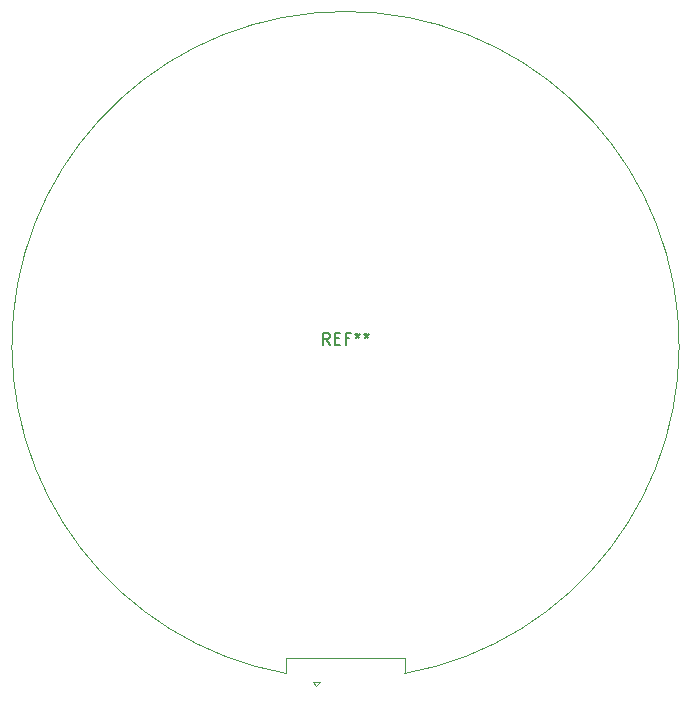
<source format=gto>
%TF.GenerationSoftware,KiCad,Pcbnew,7.0.5-0*%
%TF.CreationDate,2023-07-29T12:44:27-07:00*%
%TF.ProjectId,ergodonk_simple,6572676f-646f-46e6-9b5f-73696d706c65,rev?*%
%TF.SameCoordinates,Original*%
%TF.FileFunction,Legend,Top*%
%TF.FilePolarity,Positive*%
%FSLAX46Y46*%
G04 Gerber Fmt 4.6, Leading zero omitted, Abs format (unit mm)*
G04 Created by KiCad (PCBNEW 7.0.5-0) date 2023-07-29 12:44:27*
%MOMM*%
%LPD*%
G01*
G04 APERTURE LIST*
%ADD10C,0.150000*%
%ADD11C,0.120000*%
G04 APERTURE END LIST*
D10*
%TO.C,REF\u002A\u002A*%
X159766666Y-93844819D02*
X159433333Y-93368628D01*
X159195238Y-93844819D02*
X159195238Y-92844819D01*
X159195238Y-92844819D02*
X159576190Y-92844819D01*
X159576190Y-92844819D02*
X159671428Y-92892438D01*
X159671428Y-92892438D02*
X159719047Y-92940057D01*
X159719047Y-92940057D02*
X159766666Y-93035295D01*
X159766666Y-93035295D02*
X159766666Y-93178152D01*
X159766666Y-93178152D02*
X159719047Y-93273390D01*
X159719047Y-93273390D02*
X159671428Y-93321009D01*
X159671428Y-93321009D02*
X159576190Y-93368628D01*
X159576190Y-93368628D02*
X159195238Y-93368628D01*
X160195238Y-93321009D02*
X160528571Y-93321009D01*
X160671428Y-93844819D02*
X160195238Y-93844819D01*
X160195238Y-93844819D02*
X160195238Y-92844819D01*
X160195238Y-92844819D02*
X160671428Y-92844819D01*
X161433333Y-93321009D02*
X161100000Y-93321009D01*
X161100000Y-93844819D02*
X161100000Y-92844819D01*
X161100000Y-92844819D02*
X161576190Y-92844819D01*
X162100000Y-92844819D02*
X162100000Y-93082914D01*
X161861905Y-92987676D02*
X162100000Y-93082914D01*
X162100000Y-93082914D02*
X162338095Y-92987676D01*
X161957143Y-93273390D02*
X162100000Y-93082914D01*
X162100000Y-93082914D02*
X162242857Y-93273390D01*
X162861905Y-92844819D02*
X162861905Y-93082914D01*
X162623810Y-92987676D02*
X162861905Y-93082914D01*
X162861905Y-93082914D02*
X163100000Y-92987676D01*
X162719048Y-93273390D02*
X162861905Y-93082914D01*
X162861905Y-93082914D02*
X163004762Y-93273390D01*
D11*
X156100000Y-120390000D02*
X156100000Y-121690000D01*
X156100000Y-120390000D02*
X166100000Y-120390000D01*
X158320000Y-122410000D02*
X158920000Y-122410000D01*
X158620000Y-122710000D02*
X158320000Y-122410000D01*
X158920000Y-122410000D02*
X158620000Y-122710000D01*
X166100000Y-120390000D02*
X166100000Y-121690000D01*
X166100000Y-121689998D02*
G75*
G03*
X156100000Y-121689998I-5000000J27799998D01*
G01*
%TD*%
M02*

</source>
